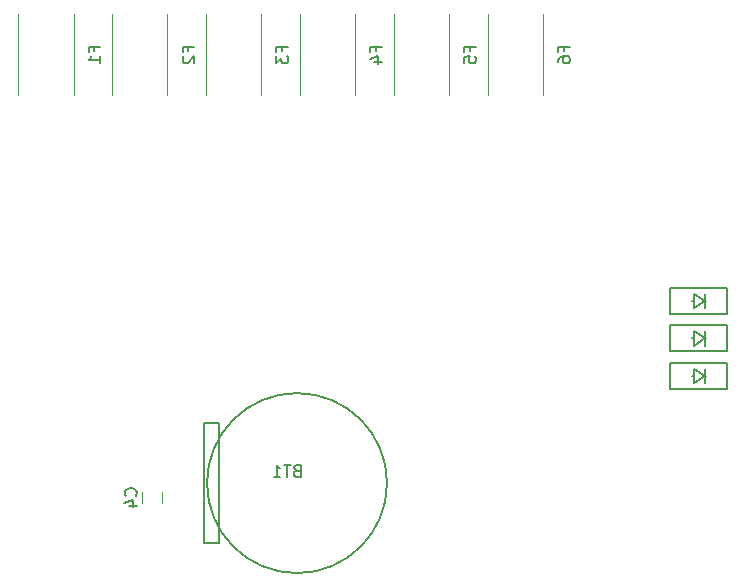
<source format=gbo>
G04 #@! TF.FileFunction,Legend,Bot*
%FSLAX46Y46*%
G04 Gerber Fmt 4.6, Leading zero omitted, Abs format (unit mm)*
G04 Created by KiCad (PCBNEW 4.0.6) date 01/16/18 14:36:03*
%MOMM*%
%LPD*%
G01*
G04 APERTURE LIST*
%ADD10C,0.100000*%
%ADD11C,0.150000*%
%ADD12C,0.120000*%
G04 APERTURE END LIST*
D10*
D11*
X101120000Y-125945000D02*
X101120000Y-136105000D01*
X99850000Y-125945000D02*
X101120000Y-125945000D01*
X99850000Y-125945000D02*
X99850000Y-136105000D01*
X99850000Y-136105000D02*
X101120000Y-136105000D01*
X115344000Y-131025000D02*
G75*
G03X115344000Y-131025000I-7620000J0D01*
G01*
X142225000Y-115625000D02*
X142325000Y-115625000D01*
X141325000Y-115625000D02*
X141125000Y-115625000D01*
X141325000Y-116225000D02*
X142225000Y-115625000D01*
X141325000Y-115025000D02*
X141325000Y-116225000D01*
X142225000Y-115625000D02*
X141325000Y-115025000D01*
X142225000Y-115025000D02*
X142225000Y-116225000D01*
X144125000Y-114525000D02*
X139325000Y-114525000D01*
X144125000Y-116725000D02*
X144125000Y-114525000D01*
X143625000Y-116725000D02*
X144125000Y-116725000D01*
X139325000Y-116725000D02*
X139825000Y-116725000D01*
X139325000Y-114525000D02*
X139325000Y-116725000D01*
X139825000Y-116725000D02*
X143625000Y-116725000D01*
D12*
X94600000Y-132750000D02*
X94600000Y-131750000D01*
X96300000Y-131750000D02*
X96300000Y-132750000D01*
D11*
X142225000Y-121925000D02*
X142325000Y-121925000D01*
X141325000Y-121925000D02*
X141125000Y-121925000D01*
X141325000Y-122525000D02*
X142225000Y-121925000D01*
X141325000Y-121325000D02*
X141325000Y-122525000D01*
X142225000Y-121925000D02*
X141325000Y-121325000D01*
X142225000Y-121325000D02*
X142225000Y-122525000D01*
X144125000Y-120825000D02*
X139325000Y-120825000D01*
X144125000Y-123025000D02*
X144125000Y-120825000D01*
X143625000Y-123025000D02*
X144125000Y-123025000D01*
X139325000Y-123025000D02*
X139825000Y-123025000D01*
X139325000Y-120825000D02*
X139325000Y-123025000D01*
X139825000Y-123025000D02*
X143625000Y-123025000D01*
X142225000Y-118775000D02*
X142325000Y-118775000D01*
X141325000Y-118775000D02*
X141125000Y-118775000D01*
X141325000Y-119375000D02*
X142225000Y-118775000D01*
X141325000Y-118175000D02*
X141325000Y-119375000D01*
X142225000Y-118775000D02*
X141325000Y-118175000D01*
X142225000Y-118175000D02*
X142225000Y-119375000D01*
X144125000Y-117675000D02*
X139325000Y-117675000D01*
X144125000Y-119875000D02*
X144125000Y-117675000D01*
X143625000Y-119875000D02*
X144125000Y-119875000D01*
X139325000Y-119875000D02*
X139825000Y-119875000D01*
X139325000Y-117675000D02*
X139325000Y-119875000D01*
X139825000Y-119875000D02*
X143625000Y-119875000D01*
D12*
X88800000Y-98150000D02*
X88800000Y-91350000D01*
X84140000Y-98150000D02*
X84140000Y-91350000D01*
X96750000Y-98150000D02*
X96750000Y-91350000D01*
X92090000Y-98150000D02*
X92090000Y-91350000D01*
X104700000Y-98150000D02*
X104700000Y-91350000D01*
X100040000Y-98150000D02*
X100040000Y-91350000D01*
X112650000Y-98150000D02*
X112650000Y-91350000D01*
X107990000Y-98150000D02*
X107990000Y-91350000D01*
X120600000Y-98150000D02*
X120600000Y-91350000D01*
X115940000Y-98150000D02*
X115940000Y-91350000D01*
X128550000Y-98150000D02*
X128550000Y-91350000D01*
X123890000Y-98150000D02*
X123890000Y-91350000D01*
D11*
X107696914Y-129962971D02*
X107554057Y-130010590D01*
X107506438Y-130058210D01*
X107458819Y-130153448D01*
X107458819Y-130296305D01*
X107506438Y-130391543D01*
X107554057Y-130439162D01*
X107649295Y-130486781D01*
X108030248Y-130486781D01*
X108030248Y-129486781D01*
X107696914Y-129486781D01*
X107601676Y-129534400D01*
X107554057Y-129582019D01*
X107506438Y-129677257D01*
X107506438Y-129772495D01*
X107554057Y-129867733D01*
X107601676Y-129915352D01*
X107696914Y-129962971D01*
X108030248Y-129962971D01*
X107173105Y-129486781D02*
X106601676Y-129486781D01*
X106887391Y-130486781D02*
X106887391Y-129486781D01*
X105744533Y-130486781D02*
X106315962Y-130486781D01*
X106030248Y-130486781D02*
X106030248Y-129486781D01*
X106125486Y-129629638D01*
X106220724Y-129724876D01*
X106315962Y-129772495D01*
X94057143Y-132083334D02*
X94104762Y-132035715D01*
X94152381Y-131892858D01*
X94152381Y-131797620D01*
X94104762Y-131654762D01*
X94009524Y-131559524D01*
X93914286Y-131511905D01*
X93723810Y-131464286D01*
X93580952Y-131464286D01*
X93390476Y-131511905D01*
X93295238Y-131559524D01*
X93200000Y-131654762D01*
X93152381Y-131797620D01*
X93152381Y-131892858D01*
X93200000Y-132035715D01*
X93247619Y-132083334D01*
X93485714Y-132940477D02*
X94152381Y-132940477D01*
X93104762Y-132702381D02*
X93819048Y-132464286D01*
X93819048Y-133083334D01*
X90558571Y-94416667D02*
X90558571Y-94083333D01*
X91082381Y-94083333D02*
X90082381Y-94083333D01*
X90082381Y-94559524D01*
X91082381Y-95464286D02*
X91082381Y-94892857D01*
X91082381Y-95178571D02*
X90082381Y-95178571D01*
X90225238Y-95083333D01*
X90320476Y-94988095D01*
X90368095Y-94892857D01*
X98508571Y-94416667D02*
X98508571Y-94083333D01*
X99032381Y-94083333D02*
X98032381Y-94083333D01*
X98032381Y-94559524D01*
X98127619Y-94892857D02*
X98080000Y-94940476D01*
X98032381Y-95035714D01*
X98032381Y-95273810D01*
X98080000Y-95369048D01*
X98127619Y-95416667D01*
X98222857Y-95464286D01*
X98318095Y-95464286D01*
X98460952Y-95416667D01*
X99032381Y-94845238D01*
X99032381Y-95464286D01*
X106458571Y-94416667D02*
X106458571Y-94083333D01*
X106982381Y-94083333D02*
X105982381Y-94083333D01*
X105982381Y-94559524D01*
X105982381Y-94845238D02*
X105982381Y-95464286D01*
X106363333Y-95130952D01*
X106363333Y-95273810D01*
X106410952Y-95369048D01*
X106458571Y-95416667D01*
X106553810Y-95464286D01*
X106791905Y-95464286D01*
X106887143Y-95416667D01*
X106934762Y-95369048D01*
X106982381Y-95273810D01*
X106982381Y-94988095D01*
X106934762Y-94892857D01*
X106887143Y-94845238D01*
X114408571Y-94416667D02*
X114408571Y-94083333D01*
X114932381Y-94083333D02*
X113932381Y-94083333D01*
X113932381Y-94559524D01*
X114265714Y-95369048D02*
X114932381Y-95369048D01*
X113884762Y-95130952D02*
X114599048Y-94892857D01*
X114599048Y-95511905D01*
X122358571Y-94416667D02*
X122358571Y-94083333D01*
X122882381Y-94083333D02*
X121882381Y-94083333D01*
X121882381Y-94559524D01*
X121882381Y-95416667D02*
X121882381Y-94940476D01*
X122358571Y-94892857D01*
X122310952Y-94940476D01*
X122263333Y-95035714D01*
X122263333Y-95273810D01*
X122310952Y-95369048D01*
X122358571Y-95416667D01*
X122453810Y-95464286D01*
X122691905Y-95464286D01*
X122787143Y-95416667D01*
X122834762Y-95369048D01*
X122882381Y-95273810D01*
X122882381Y-95035714D01*
X122834762Y-94940476D01*
X122787143Y-94892857D01*
X130308571Y-94416667D02*
X130308571Y-94083333D01*
X130832381Y-94083333D02*
X129832381Y-94083333D01*
X129832381Y-94559524D01*
X129832381Y-95369048D02*
X129832381Y-95178571D01*
X129880000Y-95083333D01*
X129927619Y-95035714D01*
X130070476Y-94940476D01*
X130260952Y-94892857D01*
X130641905Y-94892857D01*
X130737143Y-94940476D01*
X130784762Y-94988095D01*
X130832381Y-95083333D01*
X130832381Y-95273810D01*
X130784762Y-95369048D01*
X130737143Y-95416667D01*
X130641905Y-95464286D01*
X130403810Y-95464286D01*
X130308571Y-95416667D01*
X130260952Y-95369048D01*
X130213333Y-95273810D01*
X130213333Y-95083333D01*
X130260952Y-94988095D01*
X130308571Y-94940476D01*
X130403810Y-94892857D01*
M02*

</source>
